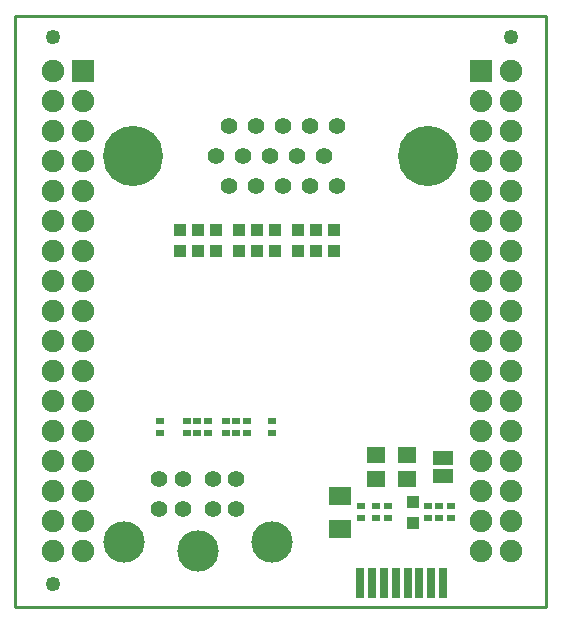
<source format=gbr>
G04 #@! TF.FileFunction,Soldermask,Top*
%FSLAX46Y46*%
G04 Gerber Fmt 4.6, Leading zero omitted, Abs format (unit mm)*
G04 Created by KiCad (PCBNEW 4.0.1-3.201512221401+6198~38~ubuntu15.10.1-stable) date Thu 31 Mar 2016 02:37:57 PM EEST*
%MOMM*%
G01*
G04 APERTURE LIST*
%ADD10C,0.100000*%
%ADD11C,0.254000*%
%ADD12C,1.400000*%
%ADD13C,5.100000*%
%ADD14R,0.651600X0.601600*%
%ADD15R,1.117600X1.117600*%
%ADD16R,0.701600X2.601600*%
%ADD17R,1.701800X1.270000*%
%ADD18R,1.625600X1.371600*%
%ADD19R,1.879600X1.625600*%
%ADD20C,1.254000*%
%ADD21R,1.851600X1.851600*%
%ADD22C,1.901600*%
%ADD23C,1.410000*%
%ADD24C,3.500000*%
G04 APERTURE END LIST*
D10*
D11*
X125000000Y-120000000D02*
X125000000Y-70000000D01*
X170000000Y-120000000D02*
X125000000Y-120000000D01*
X170000000Y-70000000D02*
X170000000Y-120000000D01*
X125000000Y-70000000D02*
X170000000Y-70000000D01*
D12*
X143171000Y-84350000D03*
X145457000Y-84350000D03*
X147743000Y-84350000D03*
X150029000Y-84350000D03*
X152315000Y-84350000D03*
X142028000Y-81810000D03*
X144314000Y-81810000D03*
X146600000Y-81810000D03*
X148886000Y-81810000D03*
X151172000Y-81810000D03*
X143171000Y-79270000D03*
X145457000Y-79270000D03*
X147743000Y-79270000D03*
X150029000Y-79270000D03*
X152315000Y-79270000D03*
D13*
X159997000Y-81810000D03*
X135003000Y-81810000D03*
D14*
X156591000Y-112522000D03*
X156591000Y-111506000D03*
D15*
X158750000Y-111125000D03*
X158750000Y-112903000D03*
D14*
X161925000Y-111506000D03*
X161925000Y-112522000D03*
X160909000Y-112522000D03*
X160909000Y-111506000D03*
X154305000Y-112522000D03*
X154305000Y-111506000D03*
X155575000Y-112522000D03*
X155575000Y-111506000D03*
X160020000Y-111506000D03*
X160020000Y-112522000D03*
X137287000Y-104267000D03*
X137287000Y-105283000D03*
X142875000Y-105283000D03*
X142875000Y-104267000D03*
X146812000Y-104267000D03*
X146812000Y-105283000D03*
D16*
X154250000Y-118000000D03*
X155250000Y-118000000D03*
X156250000Y-118000000D03*
X157250000Y-118000000D03*
X158250000Y-118000000D03*
X159250000Y-118000000D03*
X160250000Y-118000000D03*
X161250000Y-118000000D03*
D17*
X161290000Y-108966000D03*
X161290000Y-108966000D03*
X161290000Y-107442000D03*
D15*
X139000000Y-89889000D03*
X139000000Y-88111000D03*
X142000000Y-89889000D03*
X142000000Y-88111000D03*
X145500000Y-89889000D03*
X145500000Y-88111000D03*
X147000000Y-89889000D03*
X147000000Y-88111000D03*
X150500000Y-89889000D03*
X150500000Y-88111000D03*
D14*
X144653000Y-104267000D03*
X144653000Y-105283000D03*
X139573000Y-104267000D03*
X139573000Y-105283000D03*
D18*
X155575000Y-107188000D03*
X155575000Y-109220000D03*
D19*
X152527000Y-113411000D03*
X152527000Y-110617000D03*
D18*
X158242000Y-109220000D03*
X158242000Y-107188000D03*
D15*
X140500000Y-89889000D03*
X140500000Y-88111000D03*
D14*
X141351000Y-105283000D03*
X141351000Y-104267000D03*
D15*
X144000000Y-89889000D03*
X144000000Y-88111000D03*
D14*
X140462000Y-104267000D03*
X140462000Y-105283000D03*
D15*
X149000000Y-89889000D03*
X149000000Y-88111000D03*
D14*
X143764000Y-104267000D03*
X143764000Y-105283000D03*
D15*
X152000000Y-89889000D03*
X152000000Y-88111000D03*
D20*
X128270000Y-118110000D03*
X128270000Y-71755000D03*
X167005000Y-71755000D03*
D21*
X130810000Y-74676000D03*
D22*
X128270000Y-74676000D03*
X130810000Y-77216000D03*
X128270000Y-77216000D03*
X130810000Y-79756000D03*
X128270000Y-79756000D03*
X130810000Y-82296000D03*
X128270000Y-82296000D03*
X130810000Y-84836000D03*
X128270000Y-84836000D03*
X128270000Y-87376000D03*
X130810000Y-87376000D03*
X128270000Y-89916000D03*
X130810000Y-89916000D03*
X128270000Y-92456000D03*
X130810000Y-92456000D03*
X128270000Y-94996000D03*
X130810000Y-94996000D03*
X128270000Y-97536000D03*
X130810000Y-97536000D03*
X128270000Y-105156000D03*
X130810000Y-105156000D03*
X128270000Y-115316000D03*
X130810000Y-112776000D03*
X128270000Y-112776000D03*
X130810000Y-115316000D03*
X130810000Y-110236000D03*
X128270000Y-107696000D03*
X128270000Y-110236000D03*
X130810000Y-107696000D03*
X128270000Y-100076000D03*
X128270000Y-102616000D03*
X130810000Y-102616000D03*
X130810000Y-100076000D03*
D21*
X164465000Y-74676000D03*
D22*
X167005000Y-74676000D03*
X164465000Y-77216000D03*
X167005000Y-77216000D03*
X164465000Y-79756000D03*
X167005000Y-79756000D03*
X164465000Y-82296000D03*
X167005000Y-82296000D03*
X164465000Y-84836000D03*
X167005000Y-84836000D03*
X167005000Y-87376000D03*
X164465000Y-87376000D03*
X167005000Y-89916000D03*
X164465000Y-89916000D03*
X167005000Y-92456000D03*
X164465000Y-92456000D03*
X167005000Y-94996000D03*
X164465000Y-94996000D03*
X167005000Y-97536000D03*
X164465000Y-97536000D03*
X167005000Y-105156000D03*
X164465000Y-105156000D03*
X167005000Y-115316000D03*
X164465000Y-112776000D03*
X167005000Y-112776000D03*
X164465000Y-115316000D03*
X164465000Y-110236000D03*
X167005000Y-107696000D03*
X167005000Y-110236000D03*
X164465000Y-107696000D03*
X167005000Y-100076000D03*
X167005000Y-102616000D03*
X164465000Y-102616000D03*
X164465000Y-100076000D03*
D23*
X141770000Y-111730000D03*
X139230000Y-111730000D03*
X143760000Y-111730000D03*
X137240000Y-111730000D03*
X143760000Y-109190000D03*
X137240000Y-109190000D03*
X139230000Y-109190000D03*
X141770000Y-109190000D03*
D24*
X134200000Y-114500000D03*
X140500000Y-115300000D03*
X146800000Y-114500000D03*
M02*

</source>
